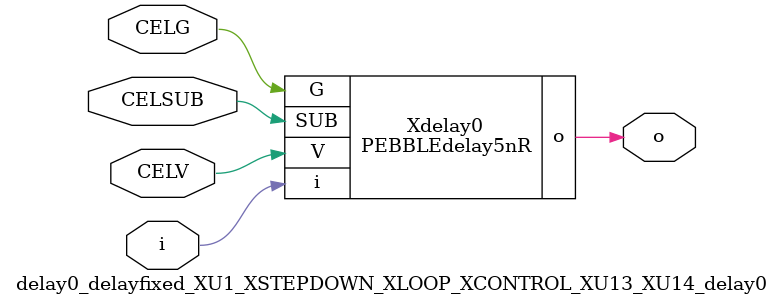
<source format=v>



module PEBBLEdelay5nR ( o, V, G, i, SUB );

  input V;
  input i;
  input G;
  output o;
  input SUB;
endmodule

//Celera Confidential Do Not Copy delay0_delayfixed_XU1_XSTEPDOWN_XLOOP_XCONTROL_XU13_XU14_delay0
//TYPE: fixed 5ns
module delay0_delayfixed_XU1_XSTEPDOWN_XLOOP_XCONTROL_XU13_XU14_delay0 (i, CELV, o,
CELG,CELSUB);
input CELV;
input i;
output o;
input CELSUB;
input CELG;

//Celera Confidential Do Not Copy delayfast0
PEBBLEdelay5nR Xdelay0(
.V (CELV),
.i (i),
.o (o),
.G (CELG),
.SUB (CELSUB)
);
//,diesize,PEBBLEdelay5nR

//Celera Confidential Do Not Copy Module End
//Celera Schematic Generator
endmodule

</source>
